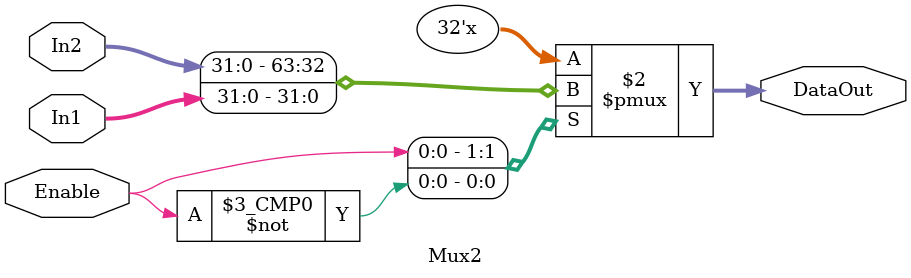
<source format=v>

module Mux2
(
	// Entradas
	input wire Enable,             // Selector
	input wire [31:0] In1,         // Entrada 1
	input wire [31:0] In2,         // Entrada 2

	// Salida
	output reg [31:0] DataOut      // Salida
);

always @(*) begin
	case (Enable)
		1'b1: DataOut = In2;
		1'b0: DataOut = In1;
	endcase
end

endmodule

</source>
